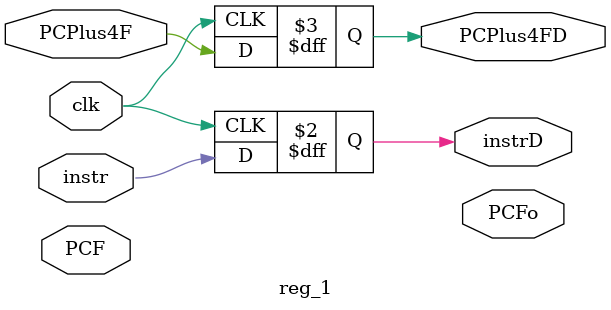
<source format=sv>
module reg_1(
    input logic clk,
    input logic instr,
    input logic PCF,
    input logic PCPlus4F,

    output logic instrD,
    output logic PCFo,
    output logic PCPlus4FD,
);

always_ff @(posedge clk) begin
    instrD <= instr;
    PCFD <= PCF;
    PCPlus4FD <= PCPlus4F;
end

endmodule

</source>
